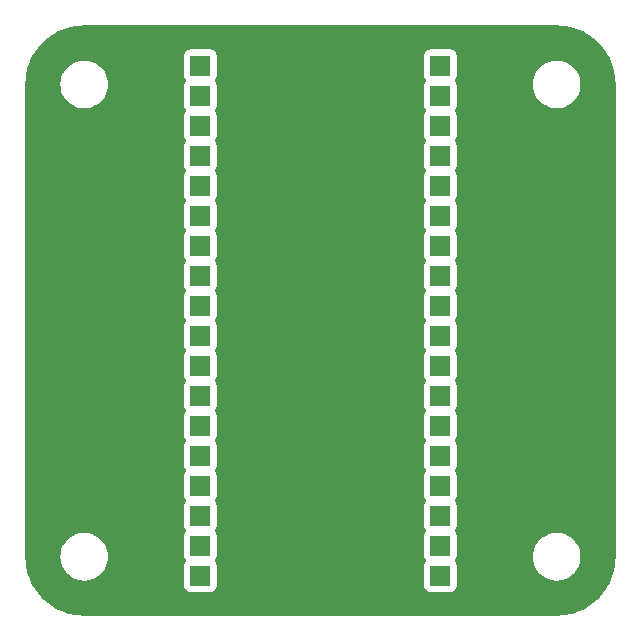
<source format=gbr>
%TF.GenerationSoftware,KiCad,Pcbnew,7.0.7-7.0.7~ubuntu22.04.1*%
%TF.CreationDate,2023-09-08T15:57:27+01:00*%
%TF.ProjectId,bridge,62726964-6765-42e6-9b69-6361645f7063,rev?*%
%TF.SameCoordinates,Original*%
%TF.FileFunction,Copper,L3,Inr*%
%TF.FilePolarity,Positive*%
%FSLAX46Y46*%
G04 Gerber Fmt 4.6, Leading zero omitted, Abs format (unit mm)*
G04 Created by KiCad (PCBNEW 7.0.7-7.0.7~ubuntu22.04.1) date 2023-09-08 15:57:27*
%MOMM*%
%LPD*%
G01*
G04 APERTURE LIST*
%TA.AperFunction,ComponentPad*%
%ADD10R,1.700000X1.700000*%
%TD*%
G04 APERTURE END LIST*
D10*
%TO.N,Net-(JP15-A)*%
%TO.C,TP15*%
X140160000Y-123970000D03*
%TD*%
%TO.N,Net-(JP1-B)*%
%TO.C,TP19*%
X119840000Y-88410000D03*
%TD*%
%TO.N,Net-(JP12-A)*%
%TO.C,TP12*%
X140160000Y-116350000D03*
%TD*%
%TO.N,Net-(JP7-A)*%
%TO.C,TP7*%
X140160000Y-103650000D03*
%TD*%
%TO.N,Net-(JP13-B)*%
%TO.C,TP31*%
X119840000Y-118890000D03*
%TD*%
%TO.N,Net-(JP10-A)*%
%TO.C,TP10*%
X140160000Y-111270000D03*
%TD*%
%TO.N,Net-(JP17-B)*%
%TO.C,TP35*%
X119840000Y-129050000D03*
%TD*%
%TO.N,Net-(JP11-A)*%
%TO.C,TP11*%
X140160000Y-113810000D03*
%TD*%
%TO.N,Net-(JP15-B)*%
%TO.C,TP33*%
X119840000Y-123970000D03*
%TD*%
%TO.N,Net-(JP5-A)*%
%TO.C,TP5*%
X140160000Y-98570000D03*
%TD*%
%TO.N,Net-(JP13-A)*%
%TO.C,TP13*%
X140160000Y-118890000D03*
%TD*%
%TO.N,Net-(JP10-B)*%
%TO.C,TP28*%
X119840000Y-111270000D03*
%TD*%
%TO.N,Net-(JP16-A)*%
%TO.C,TP16*%
X140160000Y-126510000D03*
%TD*%
%TO.N,Net-(JP1-A)*%
%TO.C,TP1*%
X140160000Y-88410000D03*
%TD*%
%TO.N,Net-(JP2-B)*%
%TO.C,TP20*%
X119840000Y-90950000D03*
%TD*%
%TO.N,Net-(JP8-B)*%
%TO.C,TP26*%
X119840000Y-106190000D03*
%TD*%
%TO.N,Net-(JP7-B)*%
%TO.C,TP25*%
X119840000Y-103650000D03*
%TD*%
%TO.N,Net-(JP4-A)*%
%TO.C,TP4*%
X140160000Y-96030000D03*
%TD*%
%TO.N,Net-(JP16-B)*%
%TO.C,TP34*%
X119840000Y-126510000D03*
%TD*%
%TO.N,Net-(JP12-B)*%
%TO.C,TP30*%
X119840000Y-116350000D03*
%TD*%
%TO.N,Net-(JP18-A)*%
%TO.C,TP18*%
X140160000Y-131590000D03*
%TD*%
%TO.N,Net-(JP5-B)*%
%TO.C,TP23*%
X119840000Y-98570000D03*
%TD*%
%TO.N,Net-(JP8-A)*%
%TO.C,TP8*%
X140160000Y-106190000D03*
%TD*%
%TO.N,Net-(JP14-A)*%
%TO.C,TP14*%
X140160000Y-121430000D03*
%TD*%
%TO.N,Net-(JP18-B)*%
%TO.C,TP36*%
X119840000Y-131590000D03*
%TD*%
%TO.N,Net-(JP2-A)*%
%TO.C,TP2*%
X140160000Y-90950000D03*
%TD*%
%TO.N,Net-(JP6-A)*%
%TO.C,TP6*%
X140160000Y-101110000D03*
%TD*%
%TO.N,Net-(JP4-B)*%
%TO.C,TP22*%
X119840000Y-96030000D03*
%TD*%
%TO.N,Net-(JP14-B)*%
%TO.C,TP32*%
X119840000Y-121430000D03*
%TD*%
%TO.N,Net-(JP11-B)*%
%TO.C,TP29*%
X119840000Y-113810000D03*
%TD*%
%TO.N,Net-(JP3-B)*%
%TO.C,TP21*%
X119840000Y-93490000D03*
%TD*%
%TO.N,Net-(JP6-B)*%
%TO.C,TP24*%
X119840000Y-101110000D03*
%TD*%
%TO.N,Net-(JP9-B)*%
%TO.C,TP27*%
X119840000Y-108730000D03*
%TD*%
%TO.N,Net-(JP17-A)*%
%TO.C,TP17*%
X140160000Y-129050000D03*
%TD*%
%TO.N,Net-(JP9-A)*%
%TO.C,TP9*%
X140160000Y-108730000D03*
%TD*%
%TO.N,Net-(JP3-A)*%
%TO.C,TP3*%
X140160000Y-93490000D03*
%TD*%
%TA.AperFunction,NonConductor*%
G36*
X150013067Y-85011040D02*
G01*
X150409455Y-85027435D01*
X150414581Y-85027860D01*
X150818666Y-85078228D01*
X150823779Y-85079081D01*
X151222318Y-85162646D01*
X151227333Y-85163916D01*
X151617613Y-85280108D01*
X151622505Y-85281788D01*
X152001839Y-85429804D01*
X152006597Y-85431892D01*
X152372392Y-85610718D01*
X152376973Y-85613197D01*
X152547675Y-85714913D01*
X152726767Y-85821629D01*
X152731121Y-85824474D01*
X153062497Y-86061072D01*
X153066607Y-86064271D01*
X153377310Y-86327424D01*
X153381130Y-86330940D01*
X153669058Y-86618868D01*
X153672575Y-86622689D01*
X153935728Y-86933392D01*
X153938927Y-86937502D01*
X154175525Y-87268878D01*
X154178375Y-87273239D01*
X154386802Y-87623026D01*
X154389281Y-87627607D01*
X154568107Y-87993402D01*
X154570200Y-87998173D01*
X154718204Y-88377474D01*
X154719896Y-88382401D01*
X154836081Y-88772659D01*
X154837357Y-88777699D01*
X154874101Y-88952935D01*
X154920915Y-89176204D01*
X154921772Y-89181342D01*
X154923742Y-89197143D01*
X154972137Y-89585396D01*
X154972565Y-89590566D01*
X154989500Y-89999999D01*
X154989500Y-129996588D01*
X154989500Y-130000000D01*
X154973142Y-130395510D01*
X154972566Y-130409425D01*
X154972136Y-130414605D01*
X154962266Y-130493796D01*
X154921772Y-130818657D01*
X154920915Y-130823795D01*
X154837360Y-131222290D01*
X154836081Y-131227340D01*
X154719896Y-131617598D01*
X154718204Y-131622525D01*
X154570200Y-132001826D01*
X154568107Y-132006597D01*
X154389281Y-132372392D01*
X154386802Y-132376973D01*
X154178375Y-132726760D01*
X154175525Y-132731121D01*
X153938927Y-133062497D01*
X153935728Y-133066607D01*
X153672575Y-133377310D01*
X153669047Y-133381143D01*
X153381143Y-133669047D01*
X153377310Y-133672575D01*
X153066607Y-133935728D01*
X153062497Y-133938927D01*
X152731121Y-134175525D01*
X152726760Y-134178375D01*
X152376973Y-134386802D01*
X152372392Y-134389281D01*
X152006597Y-134568107D01*
X152001826Y-134570200D01*
X151622525Y-134718204D01*
X151617598Y-134719896D01*
X151227340Y-134836081D01*
X151222295Y-134837358D01*
X151058323Y-134871739D01*
X150823795Y-134920915D01*
X150818657Y-134921772D01*
X150592780Y-134949927D01*
X150414605Y-134972136D01*
X150409431Y-134972565D01*
X150000000Y-134989500D01*
X110000000Y-134989500D01*
X109590566Y-134972565D01*
X109585396Y-134972137D01*
X109359505Y-134943980D01*
X109181342Y-134921772D01*
X109176204Y-134920915D01*
X109094553Y-134903794D01*
X108777699Y-134837357D01*
X108772659Y-134836081D01*
X108382401Y-134719896D01*
X108377480Y-134718206D01*
X107998172Y-134570199D01*
X107993402Y-134568107D01*
X107627607Y-134389281D01*
X107623026Y-134386802D01*
X107273239Y-134178375D01*
X107268878Y-134175525D01*
X106937502Y-133938927D01*
X106933392Y-133935728D01*
X106622689Y-133672575D01*
X106618868Y-133669058D01*
X106330940Y-133381130D01*
X106327424Y-133377310D01*
X106064271Y-133066607D01*
X106061072Y-133062497D01*
X105824474Y-132731121D01*
X105821624Y-132726760D01*
X105679741Y-132488649D01*
X118481500Y-132488649D01*
X118488009Y-132549196D01*
X118488011Y-132549204D01*
X118539110Y-132686202D01*
X118539112Y-132686207D01*
X118626738Y-132803261D01*
X118743792Y-132890887D01*
X118743794Y-132890888D01*
X118743796Y-132890889D01*
X118802875Y-132912924D01*
X118880795Y-132941988D01*
X118880803Y-132941990D01*
X118941350Y-132948499D01*
X118941355Y-132948499D01*
X118941362Y-132948500D01*
X118941368Y-132948500D01*
X120738632Y-132948500D01*
X120738638Y-132948500D01*
X120738645Y-132948499D01*
X120738649Y-132948499D01*
X120799196Y-132941990D01*
X120799199Y-132941989D01*
X120799201Y-132941989D01*
X120936204Y-132890889D01*
X121053261Y-132803261D01*
X121053261Y-132803260D01*
X121140887Y-132686207D01*
X121140887Y-132686206D01*
X121140889Y-132686204D01*
X121191989Y-132549201D01*
X121198499Y-132488649D01*
X138801500Y-132488649D01*
X138808009Y-132549196D01*
X138808011Y-132549204D01*
X138859110Y-132686202D01*
X138859112Y-132686207D01*
X138946738Y-132803261D01*
X139063792Y-132890887D01*
X139063794Y-132890888D01*
X139063796Y-132890889D01*
X139122875Y-132912924D01*
X139200795Y-132941988D01*
X139200803Y-132941990D01*
X139261350Y-132948499D01*
X139261355Y-132948499D01*
X139261362Y-132948500D01*
X139261368Y-132948500D01*
X141058632Y-132948500D01*
X141058638Y-132948500D01*
X141058645Y-132948499D01*
X141058649Y-132948499D01*
X141119196Y-132941990D01*
X141119199Y-132941989D01*
X141119201Y-132941989D01*
X141256204Y-132890889D01*
X141373261Y-132803261D01*
X141373260Y-132803260D01*
X141460887Y-132686207D01*
X141460887Y-132686206D01*
X141460889Y-132686204D01*
X141511989Y-132549201D01*
X141518500Y-132488638D01*
X141518500Y-130691362D01*
X141518499Y-130691350D01*
X141511990Y-130630803D01*
X141511988Y-130630795D01*
X141482924Y-130552875D01*
X141460889Y-130493796D01*
X141460887Y-130493793D01*
X141460887Y-130493792D01*
X141387312Y-130395508D01*
X141362501Y-130328988D01*
X141377592Y-130259614D01*
X141387312Y-130244491D01*
X141460889Y-130146204D01*
X141511989Y-130009201D01*
X141512979Y-130000000D01*
X141512979Y-129999999D01*
X147984802Y-129999999D01*
X148003570Y-130274389D01*
X148003571Y-130274395D01*
X148003572Y-130274403D01*
X148014915Y-130328988D01*
X148059529Y-130543687D01*
X148059531Y-130543695D01*
X148112008Y-130691350D01*
X148151638Y-130802857D01*
X148278176Y-131047065D01*
X148436788Y-131271767D01*
X148624520Y-131472779D01*
X148837875Y-131646356D01*
X149072878Y-131789265D01*
X149325151Y-131898842D01*
X149589996Y-131973048D01*
X149683688Y-131985925D01*
X149862465Y-132010499D01*
X149862478Y-132010500D01*
X150137522Y-132010500D01*
X150137534Y-132010499D01*
X150290307Y-131989500D01*
X150410004Y-131973048D01*
X150674849Y-131898842D01*
X150927122Y-131789265D01*
X151162125Y-131646356D01*
X151375480Y-131472779D01*
X151563212Y-131271767D01*
X151721824Y-131047065D01*
X151848362Y-130802857D01*
X151940469Y-130543694D01*
X151996428Y-130274403D01*
X152015198Y-130000000D01*
X152011685Y-129948649D01*
X151996429Y-129725610D01*
X151996428Y-129725604D01*
X151996428Y-129725597D01*
X151940469Y-129456306D01*
X151848362Y-129197143D01*
X151721824Y-128952935D01*
X151563212Y-128728233D01*
X151375480Y-128527221D01*
X151162125Y-128353644D01*
X150927122Y-128210735D01*
X150927123Y-128210735D01*
X150927119Y-128210733D01*
X150674855Y-128101160D01*
X150674851Y-128101158D01*
X150674849Y-128101158D01*
X150410004Y-128026952D01*
X150410003Y-128026951D01*
X150410000Y-128026951D01*
X150137534Y-127989500D01*
X150137522Y-127989500D01*
X149862478Y-127989500D01*
X149862465Y-127989500D01*
X149589999Y-128026951D01*
X149325144Y-128101160D01*
X149072880Y-128210733D01*
X148837872Y-128353646D01*
X148624525Y-128527217D01*
X148624517Y-128527224D01*
X148436788Y-128728233D01*
X148278177Y-128952934D01*
X148278176Y-128952935D01*
X148151638Y-129197142D01*
X148059531Y-129456304D01*
X148059529Y-129456312D01*
X148003571Y-129725604D01*
X148003570Y-129725610D01*
X147984802Y-129999995D01*
X147984802Y-129999999D01*
X141512979Y-129999999D01*
X141518499Y-129948649D01*
X141518500Y-129948632D01*
X141518500Y-128151367D01*
X141518499Y-128151350D01*
X141511990Y-128090803D01*
X141511988Y-128090795D01*
X141460889Y-127953797D01*
X141460889Y-127953796D01*
X141460886Y-127953792D01*
X141387311Y-127855507D01*
X141362501Y-127788989D01*
X141377592Y-127719615D01*
X141387306Y-127704497D01*
X141460889Y-127606204D01*
X141511989Y-127469201D01*
X141518500Y-127408638D01*
X141518500Y-125611362D01*
X141518499Y-125611350D01*
X141511990Y-125550803D01*
X141511988Y-125550795D01*
X141460889Y-125413797D01*
X141460887Y-125413792D01*
X141387312Y-125315508D01*
X141362501Y-125248988D01*
X141377592Y-125179614D01*
X141387312Y-125164491D01*
X141460889Y-125066204D01*
X141511989Y-124929201D01*
X141518500Y-124868638D01*
X141518500Y-123071362D01*
X141518499Y-123071350D01*
X141511990Y-123010803D01*
X141511988Y-123010795D01*
X141460889Y-122873797D01*
X141460887Y-122873792D01*
X141387312Y-122775508D01*
X141362501Y-122708988D01*
X141377592Y-122639614D01*
X141387312Y-122624491D01*
X141460889Y-122526204D01*
X141511989Y-122389201D01*
X141518500Y-122328638D01*
X141518500Y-120531362D01*
X141518499Y-120531350D01*
X141511990Y-120470803D01*
X141511988Y-120470795D01*
X141460889Y-120333797D01*
X141460887Y-120333792D01*
X141387312Y-120235508D01*
X141362501Y-120168988D01*
X141377592Y-120099614D01*
X141387312Y-120084491D01*
X141460889Y-119986204D01*
X141511989Y-119849201D01*
X141518500Y-119788638D01*
X141518500Y-117991362D01*
X141518499Y-117991350D01*
X141511990Y-117930803D01*
X141511988Y-117930795D01*
X141460889Y-117793797D01*
X141460887Y-117793792D01*
X141387312Y-117695508D01*
X141362501Y-117628988D01*
X141377592Y-117559614D01*
X141387312Y-117544491D01*
X141460889Y-117446204D01*
X141511989Y-117309201D01*
X141518500Y-117248638D01*
X141518500Y-115451362D01*
X141518499Y-115451350D01*
X141511990Y-115390803D01*
X141511988Y-115390795D01*
X141460889Y-115253797D01*
X141460889Y-115253796D01*
X141460886Y-115253792D01*
X141387311Y-115155507D01*
X141362501Y-115088989D01*
X141377592Y-115019615D01*
X141387306Y-115004497D01*
X141460889Y-114906204D01*
X141511989Y-114769201D01*
X141518500Y-114708638D01*
X141518500Y-112911362D01*
X141518499Y-112911350D01*
X141511990Y-112850803D01*
X141511988Y-112850795D01*
X141460889Y-112713797D01*
X141460887Y-112713792D01*
X141387312Y-112615508D01*
X141362501Y-112548988D01*
X141377592Y-112479614D01*
X141387312Y-112464491D01*
X141460889Y-112366204D01*
X141511989Y-112229201D01*
X141518500Y-112168638D01*
X141518500Y-110371362D01*
X141518499Y-110371350D01*
X141511990Y-110310803D01*
X141511988Y-110310795D01*
X141460889Y-110173797D01*
X141460889Y-110173796D01*
X141460886Y-110173792D01*
X141387311Y-110075507D01*
X141362501Y-110008989D01*
X141377592Y-109939615D01*
X141387306Y-109924497D01*
X141460889Y-109826204D01*
X141511989Y-109689201D01*
X141518500Y-109628638D01*
X141518500Y-107831362D01*
X141518499Y-107831350D01*
X141511990Y-107770803D01*
X141511988Y-107770795D01*
X141460889Y-107633797D01*
X141460887Y-107633792D01*
X141387312Y-107535508D01*
X141362501Y-107468988D01*
X141377592Y-107399614D01*
X141387312Y-107384491D01*
X141460889Y-107286204D01*
X141511989Y-107149201D01*
X141518500Y-107088638D01*
X141518500Y-105291362D01*
X141518499Y-105291350D01*
X141511990Y-105230803D01*
X141511988Y-105230795D01*
X141460889Y-105093797D01*
X141460889Y-105093796D01*
X141460886Y-105093792D01*
X141387311Y-104995507D01*
X141362501Y-104928989D01*
X141377592Y-104859615D01*
X141387306Y-104844497D01*
X141460889Y-104746204D01*
X141511989Y-104609201D01*
X141518500Y-104548638D01*
X141518500Y-102751362D01*
X141518499Y-102751350D01*
X141511990Y-102690803D01*
X141511988Y-102690795D01*
X141460889Y-102553797D01*
X141460887Y-102553792D01*
X141387312Y-102455508D01*
X141362501Y-102388988D01*
X141377592Y-102319614D01*
X141387312Y-102304491D01*
X141460889Y-102206204D01*
X141511989Y-102069201D01*
X141518500Y-102008638D01*
X141518500Y-100211362D01*
X141518499Y-100211350D01*
X141511990Y-100150803D01*
X141511988Y-100150795D01*
X141460889Y-100013797D01*
X141460889Y-100013796D01*
X141460886Y-100013792D01*
X141387311Y-99915507D01*
X141362501Y-99848989D01*
X141377592Y-99779615D01*
X141387306Y-99764497D01*
X141460889Y-99666204D01*
X141511989Y-99529201D01*
X141518500Y-99468638D01*
X141518500Y-97671362D01*
X141518499Y-97671350D01*
X141511990Y-97610803D01*
X141511988Y-97610795D01*
X141460889Y-97473797D01*
X141460887Y-97473792D01*
X141387312Y-97375508D01*
X141362501Y-97308988D01*
X141377592Y-97239614D01*
X141387312Y-97224491D01*
X141460889Y-97126204D01*
X141511989Y-96989201D01*
X141518500Y-96928638D01*
X141518500Y-95131362D01*
X141518499Y-95131350D01*
X141511990Y-95070803D01*
X141511988Y-95070795D01*
X141460889Y-94933797D01*
X141460889Y-94933796D01*
X141460886Y-94933792D01*
X141387311Y-94835507D01*
X141362501Y-94768989D01*
X141377592Y-94699615D01*
X141387306Y-94684497D01*
X141460889Y-94586204D01*
X141511989Y-94449201D01*
X141518500Y-94388638D01*
X141518500Y-92591362D01*
X141518499Y-92591350D01*
X141511990Y-92530803D01*
X141511988Y-92530795D01*
X141460889Y-92393797D01*
X141460889Y-92393796D01*
X141460886Y-92393792D01*
X141387311Y-92295507D01*
X141362501Y-92228989D01*
X141377592Y-92159615D01*
X141387306Y-92144497D01*
X141460889Y-92046204D01*
X141511989Y-91909201D01*
X141512021Y-91908911D01*
X141518499Y-91848649D01*
X141518500Y-91848632D01*
X141518500Y-90051367D01*
X141518499Y-90051350D01*
X141512979Y-89999999D01*
X147984802Y-89999999D01*
X148003570Y-90274389D01*
X148003571Y-90274395D01*
X148003572Y-90274403D01*
X148005387Y-90283135D01*
X148059529Y-90543687D01*
X148059531Y-90543694D01*
X148151638Y-90802857D01*
X148278176Y-91047065D01*
X148436788Y-91271767D01*
X148624520Y-91472779D01*
X148837875Y-91646356D01*
X149072878Y-91789265D01*
X149325151Y-91898842D01*
X149589996Y-91973048D01*
X149683688Y-91985925D01*
X149862465Y-92010499D01*
X149862478Y-92010500D01*
X150137522Y-92010500D01*
X150137534Y-92010499D01*
X150290307Y-91989500D01*
X150410004Y-91973048D01*
X150674849Y-91898842D01*
X150927122Y-91789265D01*
X151162125Y-91646356D01*
X151375480Y-91472779D01*
X151563212Y-91271767D01*
X151721824Y-91047065D01*
X151848362Y-90802857D01*
X151940469Y-90543694D01*
X151996428Y-90274403D01*
X152015198Y-90000000D01*
X152015055Y-89997912D01*
X151996429Y-89725610D01*
X151996428Y-89725604D01*
X151996428Y-89725597D01*
X151940469Y-89456306D01*
X151848362Y-89197143D01*
X151721824Y-88952935D01*
X151563212Y-88728233D01*
X151375480Y-88527221D01*
X151162125Y-88353644D01*
X150927122Y-88210735D01*
X150927123Y-88210735D01*
X150927119Y-88210733D01*
X150674855Y-88101160D01*
X150674851Y-88101158D01*
X150674849Y-88101158D01*
X150410004Y-88026952D01*
X150410003Y-88026951D01*
X150410000Y-88026951D01*
X150137534Y-87989500D01*
X150137522Y-87989500D01*
X149862478Y-87989500D01*
X149862465Y-87989500D01*
X149589999Y-88026951D01*
X149325144Y-88101160D01*
X149072880Y-88210733D01*
X148837872Y-88353646D01*
X148624525Y-88527217D01*
X148624517Y-88527224D01*
X148436788Y-88728233D01*
X148278177Y-88952934D01*
X148278176Y-88952935D01*
X148151638Y-89197142D01*
X148059531Y-89456304D01*
X148059529Y-89456312D01*
X148049161Y-89506208D01*
X148011180Y-89688988D01*
X148003571Y-89725604D01*
X148003570Y-89725610D01*
X147984802Y-89999995D01*
X147984802Y-89999999D01*
X141512979Y-89999999D01*
X141511990Y-89990803D01*
X141511988Y-89990795D01*
X141460889Y-89853797D01*
X141460887Y-89853792D01*
X141387312Y-89755508D01*
X141362501Y-89688988D01*
X141377592Y-89619614D01*
X141387312Y-89604491D01*
X141460889Y-89506204D01*
X141511989Y-89369201D01*
X141518500Y-89308638D01*
X141518500Y-87511362D01*
X141518499Y-87511350D01*
X141511990Y-87450803D01*
X141511988Y-87450795D01*
X141460889Y-87313797D01*
X141460887Y-87313792D01*
X141373261Y-87196738D01*
X141256207Y-87109112D01*
X141256202Y-87109110D01*
X141119204Y-87058011D01*
X141119196Y-87058009D01*
X141058649Y-87051500D01*
X141058638Y-87051500D01*
X139261362Y-87051500D01*
X139261350Y-87051500D01*
X139200803Y-87058009D01*
X139200795Y-87058011D01*
X139063797Y-87109110D01*
X139063792Y-87109112D01*
X138946738Y-87196738D01*
X138859112Y-87313792D01*
X138859110Y-87313797D01*
X138808011Y-87450795D01*
X138808009Y-87450803D01*
X138801500Y-87511350D01*
X138801500Y-89308649D01*
X138808009Y-89369196D01*
X138808011Y-89369204D01*
X138859110Y-89506202D01*
X138859112Y-89506207D01*
X138932687Y-89604490D01*
X138957498Y-89671010D01*
X138942407Y-89740384D01*
X138932688Y-89755507D01*
X138859112Y-89853793D01*
X138859110Y-89853797D01*
X138808011Y-89990795D01*
X138808009Y-89990803D01*
X138801500Y-90051350D01*
X138801500Y-91848649D01*
X138808009Y-91909196D01*
X138808011Y-91909204D01*
X138859110Y-92046202D01*
X138859112Y-92046207D01*
X138932687Y-92144491D01*
X138957498Y-92211011D01*
X138942407Y-92280385D01*
X138932687Y-92295509D01*
X138859112Y-92393792D01*
X138859110Y-92393797D01*
X138808011Y-92530795D01*
X138808009Y-92530803D01*
X138801500Y-92591350D01*
X138801500Y-94388649D01*
X138808009Y-94449196D01*
X138808011Y-94449204D01*
X138859110Y-94586202D01*
X138859112Y-94586207D01*
X138932687Y-94684491D01*
X138957498Y-94751011D01*
X138942407Y-94820385D01*
X138932687Y-94835509D01*
X138859112Y-94933792D01*
X138859110Y-94933797D01*
X138808011Y-95070795D01*
X138808009Y-95070803D01*
X138801500Y-95131350D01*
X138801500Y-96928649D01*
X138808009Y-96989196D01*
X138808011Y-96989204D01*
X138859110Y-97126202D01*
X138859112Y-97126207D01*
X138932687Y-97224491D01*
X138957498Y-97291011D01*
X138942407Y-97360385D01*
X138932687Y-97375509D01*
X138859112Y-97473792D01*
X138859110Y-97473797D01*
X138808011Y-97610795D01*
X138808009Y-97610803D01*
X138801500Y-97671350D01*
X138801500Y-99468649D01*
X138808009Y-99529196D01*
X138808011Y-99529204D01*
X138859110Y-99666202D01*
X138859112Y-99666207D01*
X138932687Y-99764491D01*
X138957498Y-99831011D01*
X138942407Y-99900385D01*
X138932687Y-99915509D01*
X138859112Y-100013792D01*
X138859110Y-100013797D01*
X138808011Y-100150795D01*
X138808009Y-100150803D01*
X138801500Y-100211350D01*
X138801500Y-102008649D01*
X138808009Y-102069196D01*
X138808011Y-102069204D01*
X138859110Y-102206202D01*
X138859112Y-102206207D01*
X138932687Y-102304491D01*
X138957498Y-102371011D01*
X138942407Y-102440385D01*
X138932687Y-102455509D01*
X138859112Y-102553792D01*
X138859110Y-102553797D01*
X138808011Y-102690795D01*
X138808009Y-102690803D01*
X138801500Y-102751350D01*
X138801500Y-104548649D01*
X138808009Y-104609196D01*
X138808011Y-104609204D01*
X138859110Y-104746202D01*
X138859112Y-104746207D01*
X138932687Y-104844491D01*
X138957498Y-104911011D01*
X138942407Y-104980385D01*
X138932687Y-104995509D01*
X138859112Y-105093792D01*
X138859110Y-105093797D01*
X138808011Y-105230795D01*
X138808009Y-105230803D01*
X138801500Y-105291350D01*
X138801500Y-107088649D01*
X138808009Y-107149196D01*
X138808011Y-107149204D01*
X138859110Y-107286202D01*
X138859112Y-107286207D01*
X138932687Y-107384490D01*
X138957498Y-107451010D01*
X138942407Y-107520384D01*
X138932688Y-107535507D01*
X138859112Y-107633793D01*
X138859110Y-107633797D01*
X138808011Y-107770795D01*
X138808009Y-107770803D01*
X138801500Y-107831350D01*
X138801500Y-109628649D01*
X138808009Y-109689196D01*
X138808011Y-109689204D01*
X138859110Y-109826202D01*
X138859112Y-109826207D01*
X138932687Y-109924491D01*
X138957498Y-109991011D01*
X138942407Y-110060385D01*
X138932687Y-110075509D01*
X138859112Y-110173792D01*
X138859110Y-110173797D01*
X138808011Y-110310795D01*
X138808009Y-110310803D01*
X138801500Y-110371350D01*
X138801500Y-112168649D01*
X138808009Y-112229196D01*
X138808011Y-112229204D01*
X138859110Y-112366202D01*
X138859112Y-112366207D01*
X138932687Y-112464491D01*
X138957498Y-112531011D01*
X138942407Y-112600385D01*
X138932687Y-112615509D01*
X138859112Y-112713792D01*
X138859110Y-112713797D01*
X138808011Y-112850795D01*
X138808009Y-112850803D01*
X138801500Y-112911350D01*
X138801500Y-114708649D01*
X138808009Y-114769196D01*
X138808011Y-114769204D01*
X138859110Y-114906202D01*
X138859112Y-114906207D01*
X138932687Y-115004491D01*
X138957498Y-115071011D01*
X138942407Y-115140385D01*
X138932687Y-115155509D01*
X138859112Y-115253792D01*
X138859110Y-115253797D01*
X138808011Y-115390795D01*
X138808009Y-115390803D01*
X138801500Y-115451350D01*
X138801500Y-117248649D01*
X138808009Y-117309196D01*
X138808011Y-117309204D01*
X138859110Y-117446202D01*
X138859112Y-117446207D01*
X138932687Y-117544491D01*
X138957498Y-117611011D01*
X138942407Y-117680385D01*
X138932687Y-117695509D01*
X138859112Y-117793792D01*
X138859110Y-117793797D01*
X138808011Y-117930795D01*
X138808009Y-117930803D01*
X138801500Y-117991350D01*
X138801500Y-119788649D01*
X138808009Y-119849196D01*
X138808011Y-119849204D01*
X138859110Y-119986202D01*
X138859112Y-119986207D01*
X138932687Y-120084491D01*
X138957498Y-120151011D01*
X138942407Y-120220385D01*
X138932687Y-120235509D01*
X138859112Y-120333792D01*
X138859110Y-120333797D01*
X138808011Y-120470795D01*
X138808009Y-120470803D01*
X138801500Y-120531350D01*
X138801500Y-122328649D01*
X138808009Y-122389196D01*
X138808011Y-122389204D01*
X138859110Y-122526202D01*
X138859112Y-122526207D01*
X138932687Y-122624490D01*
X138957498Y-122691010D01*
X138942407Y-122760384D01*
X138932688Y-122775507D01*
X138859112Y-122873793D01*
X138859110Y-122873797D01*
X138808011Y-123010795D01*
X138808009Y-123010803D01*
X138801500Y-123071350D01*
X138801500Y-124868649D01*
X138808009Y-124929196D01*
X138808011Y-124929204D01*
X138859110Y-125066202D01*
X138859112Y-125066207D01*
X138932687Y-125164490D01*
X138957498Y-125231010D01*
X138942407Y-125300384D01*
X138932688Y-125315507D01*
X138859112Y-125413793D01*
X138859110Y-125413797D01*
X138808011Y-125550795D01*
X138808009Y-125550803D01*
X138801500Y-125611350D01*
X138801500Y-127408649D01*
X138808009Y-127469196D01*
X138808011Y-127469204D01*
X138859110Y-127606202D01*
X138859112Y-127606207D01*
X138932687Y-127704491D01*
X138957498Y-127771011D01*
X138942407Y-127840385D01*
X138932687Y-127855509D01*
X138859112Y-127953792D01*
X138859110Y-127953797D01*
X138808011Y-128090795D01*
X138808009Y-128090803D01*
X138801500Y-128151350D01*
X138801500Y-129948649D01*
X138808009Y-130009196D01*
X138808011Y-130009204D01*
X138859110Y-130146202D01*
X138859112Y-130146207D01*
X138932687Y-130244490D01*
X138957498Y-130311010D01*
X138942407Y-130380384D01*
X138932688Y-130395507D01*
X138859112Y-130493793D01*
X138859110Y-130493797D01*
X138808011Y-130630795D01*
X138808009Y-130630803D01*
X138801500Y-130691350D01*
X138801500Y-132488649D01*
X121198499Y-132488649D01*
X121198500Y-132488638D01*
X121198500Y-130691362D01*
X121198499Y-130691350D01*
X121191990Y-130630803D01*
X121191988Y-130630795D01*
X121162924Y-130552875D01*
X121140889Y-130493796D01*
X121067311Y-130395507D01*
X121042501Y-130328989D01*
X121057592Y-130259615D01*
X121067306Y-130244497D01*
X121140889Y-130146204D01*
X121191989Y-130009201D01*
X121192979Y-130000000D01*
X121198499Y-129948649D01*
X121198500Y-129948632D01*
X121198500Y-128151367D01*
X121198499Y-128151350D01*
X121191990Y-128090803D01*
X121191988Y-128090795D01*
X121140889Y-127953797D01*
X121140887Y-127953792D01*
X121067312Y-127855508D01*
X121042501Y-127788988D01*
X121057592Y-127719614D01*
X121067312Y-127704491D01*
X121140889Y-127606204D01*
X121191989Y-127469201D01*
X121198500Y-127408638D01*
X121198500Y-125611362D01*
X121198499Y-125611350D01*
X121191990Y-125550803D01*
X121191988Y-125550795D01*
X121140889Y-125413797D01*
X121140889Y-125413796D01*
X121140886Y-125413792D01*
X121067311Y-125315507D01*
X121042501Y-125248989D01*
X121057592Y-125179615D01*
X121067306Y-125164497D01*
X121140889Y-125066204D01*
X121191989Y-124929201D01*
X121198500Y-124868638D01*
X121198500Y-123071362D01*
X121198499Y-123071350D01*
X121191990Y-123010803D01*
X121191988Y-123010795D01*
X121140889Y-122873797D01*
X121140887Y-122873792D01*
X121067312Y-122775508D01*
X121042501Y-122708988D01*
X121057592Y-122639614D01*
X121067312Y-122624491D01*
X121140889Y-122526204D01*
X121191989Y-122389201D01*
X121198500Y-122328638D01*
X121198500Y-120531362D01*
X121198499Y-120531350D01*
X121191990Y-120470803D01*
X121191988Y-120470795D01*
X121140889Y-120333797D01*
X121140889Y-120333796D01*
X121140886Y-120333792D01*
X121067311Y-120235507D01*
X121042501Y-120168989D01*
X121057592Y-120099615D01*
X121067306Y-120084497D01*
X121140889Y-119986204D01*
X121191989Y-119849201D01*
X121198500Y-119788638D01*
X121198500Y-117991362D01*
X121198499Y-117991350D01*
X121191990Y-117930803D01*
X121191988Y-117930795D01*
X121140889Y-117793797D01*
X121140887Y-117793792D01*
X121067312Y-117695508D01*
X121042501Y-117628988D01*
X121057592Y-117559614D01*
X121067312Y-117544491D01*
X121140889Y-117446204D01*
X121191989Y-117309201D01*
X121198500Y-117248638D01*
X121198500Y-115451362D01*
X121198499Y-115451350D01*
X121191990Y-115390803D01*
X121191988Y-115390795D01*
X121140889Y-115253797D01*
X121140889Y-115253796D01*
X121140886Y-115253792D01*
X121067311Y-115155507D01*
X121042501Y-115088989D01*
X121057592Y-115019615D01*
X121067306Y-115004497D01*
X121140889Y-114906204D01*
X121191989Y-114769201D01*
X121198500Y-114708638D01*
X121198500Y-112911362D01*
X121198499Y-112911350D01*
X121191990Y-112850803D01*
X121191988Y-112850795D01*
X121140889Y-112713797D01*
X121140887Y-112713792D01*
X121067312Y-112615508D01*
X121042501Y-112548988D01*
X121057592Y-112479614D01*
X121067312Y-112464491D01*
X121140889Y-112366204D01*
X121191989Y-112229201D01*
X121198500Y-112168638D01*
X121198500Y-110371362D01*
X121198499Y-110371350D01*
X121191990Y-110310803D01*
X121191988Y-110310795D01*
X121140889Y-110173797D01*
X121140887Y-110173792D01*
X121067312Y-110075508D01*
X121042501Y-110008988D01*
X121057592Y-109939614D01*
X121067312Y-109924491D01*
X121140889Y-109826204D01*
X121191989Y-109689201D01*
X121198500Y-109628638D01*
X121198500Y-107831362D01*
X121198499Y-107831350D01*
X121191990Y-107770803D01*
X121191988Y-107770795D01*
X121140889Y-107633797D01*
X121140889Y-107633796D01*
X121140886Y-107633792D01*
X121067311Y-107535507D01*
X121042501Y-107468989D01*
X121057592Y-107399615D01*
X121067306Y-107384497D01*
X121140889Y-107286204D01*
X121191989Y-107149201D01*
X121198500Y-107088638D01*
X121198500Y-105291362D01*
X121198499Y-105291350D01*
X121191990Y-105230803D01*
X121191988Y-105230795D01*
X121140889Y-105093797D01*
X121140889Y-105093796D01*
X121140886Y-105093792D01*
X121067311Y-104995507D01*
X121042501Y-104928989D01*
X121057592Y-104859615D01*
X121067306Y-104844497D01*
X121140889Y-104746204D01*
X121191989Y-104609201D01*
X121198500Y-104548638D01*
X121198500Y-102751362D01*
X121198499Y-102751350D01*
X121191990Y-102690803D01*
X121191988Y-102690795D01*
X121140889Y-102553797D01*
X121140889Y-102553796D01*
X121140886Y-102553792D01*
X121067311Y-102455507D01*
X121042501Y-102388989D01*
X121057592Y-102319615D01*
X121067306Y-102304497D01*
X121140889Y-102206204D01*
X121191989Y-102069201D01*
X121198500Y-102008638D01*
X121198500Y-100211362D01*
X121198499Y-100211350D01*
X121191990Y-100150803D01*
X121191988Y-100150795D01*
X121140889Y-100013797D01*
X121140889Y-100013796D01*
X121140886Y-100013792D01*
X121067311Y-99915507D01*
X121042501Y-99848989D01*
X121057592Y-99779615D01*
X121067306Y-99764497D01*
X121140889Y-99666204D01*
X121191989Y-99529201D01*
X121198500Y-99468638D01*
X121198500Y-97671362D01*
X121198499Y-97671350D01*
X121191990Y-97610803D01*
X121191988Y-97610795D01*
X121140889Y-97473797D01*
X121140889Y-97473796D01*
X121140886Y-97473792D01*
X121067311Y-97375507D01*
X121042501Y-97308989D01*
X121057592Y-97239615D01*
X121067306Y-97224497D01*
X121140889Y-97126204D01*
X121191989Y-96989201D01*
X121198500Y-96928638D01*
X121198500Y-95131362D01*
X121198499Y-95131350D01*
X121191990Y-95070803D01*
X121191988Y-95070795D01*
X121140889Y-94933797D01*
X121140889Y-94933796D01*
X121140886Y-94933792D01*
X121067311Y-94835507D01*
X121042501Y-94768989D01*
X121057592Y-94699615D01*
X121067306Y-94684497D01*
X121140889Y-94586204D01*
X121191989Y-94449201D01*
X121198500Y-94388638D01*
X121198500Y-92591362D01*
X121198499Y-92591350D01*
X121191990Y-92530803D01*
X121191988Y-92530795D01*
X121140889Y-92393797D01*
X121140889Y-92393796D01*
X121140886Y-92393792D01*
X121067311Y-92295507D01*
X121042501Y-92228989D01*
X121057592Y-92159615D01*
X121067306Y-92144497D01*
X121140889Y-92046204D01*
X121191989Y-91909201D01*
X121192021Y-91908911D01*
X121198499Y-91848649D01*
X121198500Y-91848632D01*
X121198500Y-90051367D01*
X121198499Y-90051350D01*
X121191990Y-89990803D01*
X121191988Y-89990795D01*
X121140889Y-89853797D01*
X121140889Y-89853796D01*
X121140886Y-89853792D01*
X121067311Y-89755507D01*
X121042501Y-89688989D01*
X121057592Y-89619615D01*
X121067306Y-89604497D01*
X121140889Y-89506204D01*
X121191989Y-89369201D01*
X121198500Y-89308638D01*
X121198500Y-87511362D01*
X121198499Y-87511350D01*
X121191990Y-87450803D01*
X121191988Y-87450795D01*
X121140889Y-87313797D01*
X121140887Y-87313792D01*
X121053261Y-87196738D01*
X120936207Y-87109112D01*
X120936202Y-87109110D01*
X120799204Y-87058011D01*
X120799196Y-87058009D01*
X120738649Y-87051500D01*
X120738638Y-87051500D01*
X118941362Y-87051500D01*
X118941350Y-87051500D01*
X118880803Y-87058009D01*
X118880795Y-87058011D01*
X118743797Y-87109110D01*
X118743792Y-87109112D01*
X118626738Y-87196738D01*
X118539112Y-87313792D01*
X118539110Y-87313797D01*
X118488011Y-87450795D01*
X118488009Y-87450803D01*
X118481500Y-87511350D01*
X118481500Y-89308649D01*
X118488009Y-89369196D01*
X118488011Y-89369204D01*
X118539110Y-89506202D01*
X118539112Y-89506207D01*
X118612687Y-89604491D01*
X118637498Y-89671011D01*
X118622407Y-89740385D01*
X118612687Y-89755509D01*
X118539112Y-89853792D01*
X118539110Y-89853797D01*
X118488011Y-89990795D01*
X118488009Y-89990803D01*
X118481500Y-90051350D01*
X118481500Y-91848649D01*
X118488009Y-91909196D01*
X118488011Y-91909204D01*
X118539110Y-92046202D01*
X118539112Y-92046207D01*
X118612687Y-92144491D01*
X118637498Y-92211011D01*
X118622407Y-92280385D01*
X118612687Y-92295509D01*
X118539112Y-92393792D01*
X118539110Y-92393797D01*
X118488011Y-92530795D01*
X118488009Y-92530803D01*
X118481500Y-92591350D01*
X118481500Y-94388649D01*
X118488009Y-94449196D01*
X118488011Y-94449204D01*
X118539110Y-94586202D01*
X118539112Y-94586207D01*
X118612687Y-94684491D01*
X118637498Y-94751011D01*
X118622407Y-94820385D01*
X118612687Y-94835509D01*
X118539112Y-94933792D01*
X118539110Y-94933797D01*
X118488011Y-95070795D01*
X118488009Y-95070803D01*
X118481500Y-95131350D01*
X118481500Y-96928649D01*
X118488009Y-96989196D01*
X118488011Y-96989204D01*
X118539110Y-97126202D01*
X118539112Y-97126207D01*
X118612687Y-97224491D01*
X118637498Y-97291011D01*
X118622407Y-97360385D01*
X118612687Y-97375509D01*
X118539112Y-97473792D01*
X118539110Y-97473797D01*
X118488011Y-97610795D01*
X118488009Y-97610803D01*
X118481500Y-97671350D01*
X118481500Y-99468649D01*
X118488009Y-99529196D01*
X118488011Y-99529204D01*
X118539110Y-99666202D01*
X118539112Y-99666207D01*
X118612687Y-99764491D01*
X118637498Y-99831011D01*
X118622407Y-99900385D01*
X118612687Y-99915509D01*
X118539112Y-100013792D01*
X118539110Y-100013797D01*
X118488011Y-100150795D01*
X118488009Y-100150803D01*
X118481500Y-100211350D01*
X118481500Y-102008649D01*
X118488009Y-102069196D01*
X118488011Y-102069204D01*
X118539110Y-102206202D01*
X118539112Y-102206207D01*
X118612687Y-102304491D01*
X118637498Y-102371011D01*
X118622407Y-102440385D01*
X118612687Y-102455509D01*
X118539112Y-102553792D01*
X118539110Y-102553797D01*
X118488011Y-102690795D01*
X118488009Y-102690803D01*
X118481500Y-102751350D01*
X118481500Y-104548649D01*
X118488009Y-104609196D01*
X118488011Y-104609204D01*
X118539110Y-104746202D01*
X118539112Y-104746207D01*
X118612687Y-104844490D01*
X118637498Y-104911010D01*
X118622407Y-104980384D01*
X118612688Y-104995507D01*
X118539112Y-105093793D01*
X118539110Y-105093797D01*
X118488011Y-105230795D01*
X118488009Y-105230803D01*
X118481500Y-105291350D01*
X118481500Y-107088649D01*
X118488009Y-107149196D01*
X118488011Y-107149204D01*
X118539110Y-107286202D01*
X118539112Y-107286207D01*
X118612687Y-107384491D01*
X118637498Y-107451011D01*
X118622407Y-107520385D01*
X118612687Y-107535509D01*
X118539112Y-107633792D01*
X118539110Y-107633797D01*
X118488011Y-107770795D01*
X118488009Y-107770803D01*
X118481500Y-107831350D01*
X118481500Y-109628649D01*
X118488009Y-109689196D01*
X118488011Y-109689204D01*
X118539110Y-109826202D01*
X118539112Y-109826207D01*
X118612687Y-109924490D01*
X118637498Y-109991010D01*
X118622407Y-110060384D01*
X118612688Y-110075507D01*
X118539112Y-110173793D01*
X118539110Y-110173797D01*
X118488011Y-110310795D01*
X118488009Y-110310803D01*
X118481500Y-110371350D01*
X118481500Y-112168649D01*
X118488009Y-112229196D01*
X118488011Y-112229204D01*
X118539110Y-112366202D01*
X118539112Y-112366207D01*
X118612687Y-112464491D01*
X118637498Y-112531011D01*
X118622407Y-112600385D01*
X118612687Y-112615509D01*
X118539112Y-112713792D01*
X118539110Y-112713797D01*
X118488011Y-112850795D01*
X118488009Y-112850803D01*
X118481500Y-112911350D01*
X118481500Y-114708649D01*
X118488009Y-114769196D01*
X118488011Y-114769204D01*
X118539110Y-114906202D01*
X118539112Y-114906207D01*
X118612687Y-115004491D01*
X118637498Y-115071011D01*
X118622407Y-115140385D01*
X118612687Y-115155509D01*
X118539112Y-115253792D01*
X118539110Y-115253797D01*
X118488011Y-115390795D01*
X118488009Y-115390803D01*
X118481500Y-115451350D01*
X118481500Y-117248649D01*
X118488009Y-117309196D01*
X118488011Y-117309204D01*
X118539110Y-117446202D01*
X118539112Y-117446207D01*
X118612687Y-117544491D01*
X118637498Y-117611011D01*
X118622407Y-117680385D01*
X118612687Y-117695509D01*
X118539112Y-117793792D01*
X118539110Y-117793797D01*
X118488011Y-117930795D01*
X118488009Y-117930803D01*
X118481500Y-117991350D01*
X118481500Y-119788649D01*
X118488009Y-119849196D01*
X118488011Y-119849204D01*
X118539110Y-119986202D01*
X118539112Y-119986207D01*
X118612687Y-120084491D01*
X118637498Y-120151011D01*
X118622407Y-120220385D01*
X118612687Y-120235509D01*
X118539112Y-120333792D01*
X118539110Y-120333797D01*
X118488011Y-120470795D01*
X118488009Y-120470803D01*
X118481500Y-120531350D01*
X118481500Y-122328649D01*
X118488009Y-122389196D01*
X118488011Y-122389204D01*
X118539110Y-122526202D01*
X118539112Y-122526207D01*
X118612687Y-122624491D01*
X118637498Y-122691011D01*
X118622407Y-122760385D01*
X118612687Y-122775509D01*
X118539112Y-122873792D01*
X118539110Y-122873797D01*
X118488011Y-123010795D01*
X118488009Y-123010803D01*
X118481500Y-123071350D01*
X118481500Y-124868649D01*
X118488009Y-124929196D01*
X118488011Y-124929204D01*
X118539110Y-125066202D01*
X118539112Y-125066207D01*
X118612687Y-125164491D01*
X118637498Y-125231011D01*
X118622407Y-125300385D01*
X118612687Y-125315509D01*
X118539112Y-125413792D01*
X118539110Y-125413797D01*
X118488011Y-125550795D01*
X118488009Y-125550803D01*
X118481500Y-125611350D01*
X118481500Y-127408649D01*
X118488009Y-127469196D01*
X118488011Y-127469204D01*
X118539110Y-127606202D01*
X118539112Y-127606207D01*
X118612687Y-127704490D01*
X118637498Y-127771010D01*
X118622407Y-127840384D01*
X118612688Y-127855507D01*
X118539112Y-127953793D01*
X118539110Y-127953797D01*
X118488011Y-128090795D01*
X118488009Y-128090803D01*
X118481500Y-128151350D01*
X118481500Y-129948649D01*
X118488009Y-130009196D01*
X118488011Y-130009204D01*
X118539110Y-130146202D01*
X118539112Y-130146207D01*
X118612687Y-130244491D01*
X118637498Y-130311011D01*
X118622407Y-130380385D01*
X118612687Y-130395509D01*
X118539112Y-130493792D01*
X118539110Y-130493797D01*
X118488011Y-130630795D01*
X118488009Y-130630803D01*
X118481500Y-130691350D01*
X118481500Y-132488649D01*
X105679741Y-132488649D01*
X105613197Y-132376973D01*
X105610718Y-132372392D01*
X105431892Y-132006597D01*
X105429804Y-132001839D01*
X105281788Y-131622505D01*
X105280108Y-131617613D01*
X105163916Y-131227333D01*
X105162646Y-131222318D01*
X105079081Y-130823779D01*
X105078227Y-130818657D01*
X105076258Y-130802857D01*
X105027860Y-130414581D01*
X105027435Y-130409455D01*
X105010500Y-130000000D01*
X105010500Y-129999999D01*
X107984802Y-129999999D01*
X108003570Y-130274389D01*
X108003571Y-130274395D01*
X108003572Y-130274403D01*
X108014915Y-130328988D01*
X108059529Y-130543687D01*
X108059531Y-130543695D01*
X108112008Y-130691350D01*
X108151638Y-130802857D01*
X108278176Y-131047065D01*
X108436788Y-131271767D01*
X108624520Y-131472779D01*
X108837875Y-131646356D01*
X109072878Y-131789265D01*
X109325151Y-131898842D01*
X109589996Y-131973048D01*
X109683688Y-131985925D01*
X109862465Y-132010499D01*
X109862478Y-132010500D01*
X110137522Y-132010500D01*
X110137534Y-132010499D01*
X110290307Y-131989500D01*
X110410004Y-131973048D01*
X110674849Y-131898842D01*
X110927122Y-131789265D01*
X111162125Y-131646356D01*
X111375480Y-131472779D01*
X111563212Y-131271767D01*
X111721824Y-131047065D01*
X111848362Y-130802857D01*
X111940469Y-130543694D01*
X111996428Y-130274403D01*
X112015198Y-130000000D01*
X112011685Y-129948649D01*
X111996429Y-129725610D01*
X111996428Y-129725604D01*
X111996428Y-129725597D01*
X111940469Y-129456306D01*
X111848362Y-129197143D01*
X111721824Y-128952935D01*
X111563212Y-128728233D01*
X111375480Y-128527221D01*
X111162125Y-128353644D01*
X110927122Y-128210735D01*
X110927123Y-128210735D01*
X110927119Y-128210733D01*
X110674855Y-128101160D01*
X110674851Y-128101158D01*
X110674849Y-128101158D01*
X110410004Y-128026952D01*
X110410003Y-128026951D01*
X110410000Y-128026951D01*
X110137534Y-127989500D01*
X110137522Y-127989500D01*
X109862478Y-127989500D01*
X109862465Y-127989500D01*
X109589999Y-128026951D01*
X109325144Y-128101160D01*
X109072880Y-128210733D01*
X108837872Y-128353646D01*
X108624525Y-128527217D01*
X108624517Y-128527224D01*
X108436788Y-128728233D01*
X108278177Y-128952934D01*
X108278176Y-128952935D01*
X108151638Y-129197142D01*
X108059531Y-129456304D01*
X108059529Y-129456312D01*
X108003571Y-129725604D01*
X108003570Y-129725610D01*
X107984802Y-129999995D01*
X107984802Y-129999999D01*
X105010500Y-129999999D01*
X105010500Y-129996588D01*
X105010500Y-129996587D01*
X105010500Y-89999999D01*
X107984802Y-89999999D01*
X108003570Y-90274389D01*
X108003571Y-90274395D01*
X108003572Y-90274403D01*
X108005387Y-90283135D01*
X108059529Y-90543687D01*
X108059531Y-90543694D01*
X108151638Y-90802857D01*
X108278176Y-91047065D01*
X108436788Y-91271767D01*
X108624520Y-91472779D01*
X108837875Y-91646356D01*
X109072878Y-91789265D01*
X109325151Y-91898842D01*
X109589996Y-91973048D01*
X109683688Y-91985925D01*
X109862465Y-92010499D01*
X109862478Y-92010500D01*
X110137522Y-92010500D01*
X110137534Y-92010499D01*
X110290307Y-91989500D01*
X110410004Y-91973048D01*
X110674849Y-91898842D01*
X110927122Y-91789265D01*
X111162125Y-91646356D01*
X111375480Y-91472779D01*
X111563212Y-91271767D01*
X111721824Y-91047065D01*
X111848362Y-90802857D01*
X111940469Y-90543694D01*
X111996428Y-90274403D01*
X112015198Y-90000000D01*
X112015055Y-89997912D01*
X111996429Y-89725610D01*
X111996428Y-89725604D01*
X111996428Y-89725597D01*
X111940469Y-89456306D01*
X111848362Y-89197143D01*
X111721824Y-88952935D01*
X111563212Y-88728233D01*
X111375480Y-88527221D01*
X111162125Y-88353644D01*
X110927122Y-88210735D01*
X110927123Y-88210735D01*
X110927119Y-88210733D01*
X110674855Y-88101160D01*
X110674851Y-88101158D01*
X110674849Y-88101158D01*
X110410004Y-88026952D01*
X110410003Y-88026951D01*
X110410000Y-88026951D01*
X110137534Y-87989500D01*
X110137522Y-87989500D01*
X109862478Y-87989500D01*
X109862465Y-87989500D01*
X109589999Y-88026951D01*
X109325144Y-88101160D01*
X109072880Y-88210733D01*
X108837872Y-88353646D01*
X108624525Y-88527217D01*
X108624517Y-88527224D01*
X108436788Y-88728233D01*
X108278177Y-88952934D01*
X108278176Y-88952935D01*
X108151638Y-89197142D01*
X108059531Y-89456304D01*
X108059529Y-89456312D01*
X108049161Y-89506208D01*
X108011180Y-89688988D01*
X108003571Y-89725604D01*
X108003570Y-89725610D01*
X107984802Y-89999995D01*
X107984802Y-89999999D01*
X105010500Y-89999999D01*
X105027435Y-89590542D01*
X105027859Y-89585420D01*
X105078229Y-89181329D01*
X105079080Y-89176224D01*
X105162647Y-88777676D01*
X105163914Y-88772672D01*
X105280110Y-88382379D01*
X105281785Y-88377502D01*
X105429808Y-87998151D01*
X105431892Y-87993402D01*
X105527651Y-87797524D01*
X105610724Y-87627595D01*
X105613197Y-87623026D01*
X105821635Y-87273221D01*
X105824468Y-87268886D01*
X106061074Y-86937498D01*
X106064261Y-86933404D01*
X106327433Y-86622678D01*
X106330928Y-86618881D01*
X106618881Y-86330928D01*
X106622678Y-86327433D01*
X106933404Y-86064261D01*
X106937502Y-86061072D01*
X107136873Y-85918724D01*
X107268886Y-85824468D01*
X107273221Y-85821635D01*
X107623029Y-85613195D01*
X107627595Y-85610724D01*
X107993411Y-85431887D01*
X107998151Y-85429808D01*
X108377502Y-85281785D01*
X108382379Y-85280110D01*
X108772672Y-85163914D01*
X108777676Y-85162647D01*
X109176224Y-85079080D01*
X109181329Y-85078229D01*
X109585420Y-85027859D01*
X109590542Y-85027435D01*
X109987336Y-85011023D01*
X110000001Y-85010500D01*
X110003412Y-85010500D01*
X149996588Y-85010500D01*
X149999999Y-85010500D01*
X150013067Y-85011040D01*
G37*
%TD.AperFunction*%
M02*

</source>
